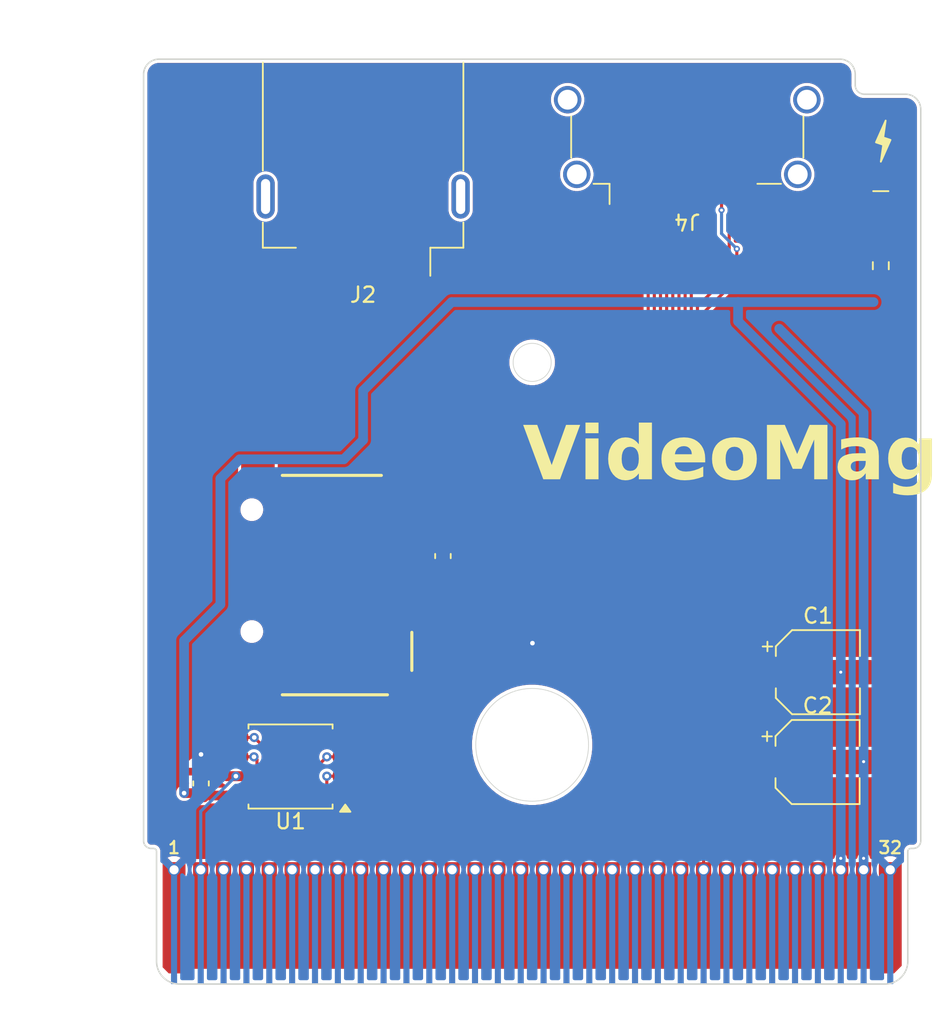
<source format=kicad_pcb>
(kicad_pcb (version 20241229) (generator "pcbnew") (generator_version "9.0")
  (layers (0 "F.Cu" signal) (2 "B.Cu" signal) (13 "F.Paste" user) (15 "B.Paste" user) (5 "F.SilkS" user "F.Silkscreen") (7 "B.SilkS" user "B.Silkscreen") (1 "F.Mask" user) (3 "B.Mask" user) (25 "Edge.Cuts" user))
  (net 0 "")
  (net 1 "SPI1_SCK")
  (net 2 "I2C0_SDA")
  (net 3 "HSTX7")
  (net 4 "I2C0_SCL")
  (net 5 "QSPI_D0")
  (net 6 "HSTX6")
  (net 7 "+5V")
  (net 8 "HSTX3")
  (net 9 "I2S_WSEL")
  (net 10 "HSTX2")
  (net 11 "ADC1")
  (net 12 "QSPI_D3")
  (net 13 "QSPI_CS")
  (net 14 "QSPI_D2")
  (net 15 "ADC0")
  (net 16 "HSTX5")
  (net 17 "I2S_MCLK")
  (net 18 "QSPI_D1")
  (net 19 "SD_CS")
  (net 20 "HSTX4")
  (net 21 "HSTX0")
  (net 22 "I2S_SDATA")
  (net 23 "SD_DETECT")
  (net 24 "???")
  (net 25 "HSTX1")
  (net 26 "SPI1_MISO")
  (net 27 "SPI1_MOSI")
  (net 28 "I2S_BCLK")
  (net 29 "QSPI_SCK")
  (net 33 "Net-(D1-A)")
  (net 34 "GND")
  (net 35 "+3V3")
  (footprint "Connector_GameBoy:GameBoy_GamePak_CGB-002_P1.50mm_Edge" (layer "F.Cu") (at 150 130.8)
    (property "Reference" "J1" (hide yes))
    (property "Value" "GameBoy_GamePak_CGB-002" (hide yes))
    (fp_poly (pts (xy -23.3 0) (xy -23.7 0) (xy -23.7 -7.2) (xy -23.3 -7.2)) (fill yes) (layer "B.Cu"))
    (fp_poly (pts (xy -21.55 0) (xy -21.95 0) (xy -21.95 -7.2) (xy -21.55 -7.2)) (fill yes) (layer "B.Cu"))
    (fp_poly (pts (xy -20.05 0) (xy -20.45 0) (xy -20.45 -7.2) (xy -20.05 -7.2)) (fill yes) (layer "B.Cu"))
    (fp_poly (pts (xy -18.55 0) (xy -18.95 0) (xy -18.95 -7.2) (xy -18.55 -7.2)) (fill yes) (layer "B.Cu"))
    (fp_poly (pts (xy -17.05 0) (xy -17.45 0) (xy -17.45 -7.2) (xy -17.05 -7.2)) (fill yes) (layer "B.Cu"))
    (fp_poly (pts (xy -15.55 0) (xy -15.95 0) (xy -15.95 -7.2) (xy -15.55 -7.2)) (fill yes) (layer "B.Cu"))
    (fp_poly (pts (xy -14.05 0) (xy -14.45 0) (xy -14.45 -7.2) (xy -14.05 -7.2)) (fill yes) (layer "B.Cu"))
    (fp_poly (pts (xy -12.55 0) (xy -12.95 0) (xy -12.95 -7.2) (xy -12.55 -7.2)) (fill yes) (layer "B.Cu"))
    (fp_poly (pts (xy -11.05 0) (xy -11.45 0) (xy -11.45 -7.2) (xy -11.05 -7.2)) (fill yes) (layer "B.Cu"))
    (fp_poly (pts (xy -9.55 0) (xy -9.95 0) (xy -9.95 -7.2) (xy -9.55 -7.2)) (fill yes) (layer "B.Cu"))
    (fp_poly (pts (xy -8.05 0) (xy -8.45 0) (xy -8.45 -7.2) (xy -8.05 -7.2)) (fill yes) (layer "B.Cu"))
    (fp_poly (pts (xy -6.55 0) (xy -6.95 0) (xy -6.95 -7.2) (xy -6.55 -7.2)) (fill yes) (layer "B.Cu"))
    (fp_poly (pts (xy -5.05 0) (xy -5.45 0) (xy -5.45 -7.2) (xy -5.05 -7.2)) (fill yes) (layer "B.Cu"))
    (fp_poly (pts (xy -3.55 0) (xy -3.95 0) (xy -3.95 -7.2) (xy -3.55 -7.2)) (fill yes) (layer "B.Cu"))
    (fp_poly (pts (xy -2.05 0) (xy -2.45 0) (xy -2.45 -7.2) (xy -2.05 -7.2)) (fill yes) (layer "B.Cu"))
    (fp_poly (pts (xy -0.55 0) (xy -0.95 0) (xy -0.95 -7.2) (xy -0.55 -7.2)) (fill yes) (layer "B.Cu"))
    (fp_poly (pts (xy 0.95 0) (xy 0.55 0) (xy 0.55 -7.2) (xy 0.95 -7.2)) (fill yes) (layer "B.Cu"))
    (fp_poly (pts (xy 2.45 0) (xy 2.05 0) (xy 2.05 -7.2) (xy 2.45 -7.2)) (fill yes) (layer "B.Cu"))
    (fp_poly (pts (xy 3.95 0) (xy 3.55 0) (xy 3.55 -7.2) (xy 3.95 -7.2)) (fill yes) (layer "B.Cu"))
    (fp_poly (pts (xy 5.45 0) (xy 5.05 0) (xy 5.05 -7.2) (xy 5.45 -7.2)) (fill yes) (layer "B.Cu"))
    (fp_poly (pts (xy 6.95 0) (xy 6.55 0) (xy 6.55 -7.2) (xy 6.95 -7.2)) (fill yes) (layer "B.Cu"))
    (fp_poly (pts (xy 8.45 0) (xy 8.05 0) (xy 8.05 -7.2) (xy 8.45 -7.2)) (fill yes) (layer "B.Cu"))
    (fp_poly (pts (xy 9.95 0) (xy 9.55 0) (xy 9.55 -7.2) (xy 9.95 -7.2)) (fill yes) (layer "B.Cu"))
    (fp_poly (pts (xy 11.45 0) (xy 11.05 0) (xy 11.05 -7.2) (xy 11.45 -7.2)) (fill yes) (layer "B.Cu"))
    (fp_poly (pts (xy 12.95 0) (xy 12.55 0) (xy 12.55 -7.2) (xy 12.95 -7.2)) (fill yes) (layer "B.Cu"))
    (fp_poly (pts (xy 14.45 0) (xy 14.05 0) (xy 14.05 -7.2) (xy 14.45 -7.2)) (fill yes) (layer "B.Cu"))
    (fp_poly (pts (xy 15.95 0) (xy 15.55 0) (xy 15.55 -7.2) (xy 15.95 -7.2)) (fill yes) (layer "B.Cu"))
    (fp_poly (pts (xy 17.45 0) (xy 17.05 0) (xy 17.05 -7.2) (xy 17.45 -7.2)) (fill yes) (layer "B.Cu"))
    (fp_poly (pts (xy 18.95 0) (xy 18.55 0) (xy 18.55 -7.2) (xy 18.95 -7.2)) (fill yes) (layer "B.Cu"))
    (fp_poly (pts (xy 20.45 0) (xy 20.05 0) (xy 20.05 -7.2) (xy 20.45 -7.2)) (fill yes) (layer "B.Cu"))
    (fp_poly (pts (xy 21.95 0) (xy 21.55 0) (xy 21.55 -7.2) (xy 21.95 -7.2)) (fill yes) (layer "B.Cu"))
    (fp_poly (pts (xy 23.7 0) (xy 23.3 0) (xy 23.3 -7.2) (xy 23.7 -7.2)) (fill yes) (layer "B.Cu"))
    (fp_text user "32" (at 23.5 -8.95 0) (layer "F.SilkS") (effects (font (size 0.8 0.8))))
    (fp_text user "1" (at -23.5 -8.95 0) (layer "F.SilkS") (effects (font (size 0.8 0.8))))
    (pad "1" thru_hole circle (at -23.5 -7.5) (size 0.8 0.8) (drill 0.6) (layers "*.Cu" "*.Mask") (net 34 "GND"))
    (pad "1" connect custom (at -23.5 -7.5) (size 0.8 0.8) (layers "F.Cu") (net 34 "GND") (options (clearance outline) (anchor rect)) (primitives (gr_poly (pts (xy -0.75 6.4) (xy -0.75 -0.5) (xy 0.75 -0.5) (xy 0.75 6.8) (xy -0.35 6.8)) (width 0) (fill yes))))
    (pad "2" thru_hole circle (at -21.75 -7.5) (size 0.8 0.8) (drill 0.6) (layers "*.Cu" "*.Mask") (net 12 "QSPI_D3"))
    (pad "2" connect custom (at -21.75 -7.5) (size 0.8 0.8) (layers "F.Cu") (net 12 "QSPI_D3") (options (clearance outline) (anchor rect)) (primitives (gr_poly (pts (xy 0.5 6.5) (xy -0.5 6.5) (xy -0.5 -0.5) (xy 0.5 -0.5)) (width 0) (fill yes))))
    (pad "3" thru_hole circle (at -20.25 -7.5) (size 0.8 0.8) (drill 0.6) (layers "*.Cu" "*.Mask") (net 29 "QSPI_SCK"))
    (pad "3" connect custom (at -20.25 -7.5) (size 0.8 0.8) (layers "F.Cu") (net 29 "QSPI_SCK") (options (clearance outline) (anchor rect)) (primitives (gr_poly (pts (xy 0.5 6.5) (xy -0.5 6.5) (xy -0.5 -0.5) (xy 0.5 -0.5)) (width 0) (fill yes))))
    (pad "4" thru_hole circle (at -18.75 -7.5) (size 0.8 0.8) (drill 0.6) (layers "*.Cu" "*.Mask") (net 5 "QSPI_D0"))
    (pad "4" connect custom (at -18.75 -7.5) (size 0.8 0.8) (layers "F.Cu") (net 5 "QSPI_D0") (options (clearance outline) (anchor rect)) (primitives (gr_poly (pts (xy 0.5 6.5) (xy -0.5 6.5) (xy -0.5 -0.5) (xy 0.5 -0.5)) (width 0) (fill yes))))
    (pad "5" thru_hole circle (at -17.25 -7.5) (size 0.8 0.8) (drill 0.6) (layers "*.Cu" "*.Mask") (net 14 "QSPI_D2"))
    (pad "5" connect custom (at -17.25 -7.5) (size 0.8 0.8) (layers "F.Cu") (net 14 "QSPI_D2") (options (clearance outline) (anchor rect)) (primitives (gr_poly (pts (xy 0.5 6.5) (xy -0.5 6.5) (xy -0.5 -0.5) (xy 0.5 -0.5)) (width 0) (fill yes))))
    (pad "6" thru_hole circle (at -15.75 -7.5) (size 0.8 0.8) (drill 0.6) (layers "*.Cu" "*.Mask") (net 18 "QSPI_D1"))
    (pad "6" connect custom (at -15.75 -7.5) (size 0.8 0.8) (layers "F.Cu") (net 18 "QSPI_D1") (options (clearance outline) (anchor rect)) (primitives (gr_poly (pts (xy 0.5 6.5) (xy -0.5 6.5) (xy -0.5 -0.5) (xy 0.5 -0.5)) (width 0) (fill yes))))
    (pad "7" thru_hole circle (at -14.25 -7.5) (size 0.8 0.8) (drill 0.6) (layers "*.Cu" "*.Mask") (net 13 "QSPI_CS"))
    (pad "7" connect custom (at -14.25 -7.5) (size 0.8 0.8) (layers "F.Cu") (net 13 "QSPI_CS") (options (clearance outline) (anchor rect)) (primitives (gr_poly (pts (xy 0.5 6.5) (xy -0.5 6.5) (xy -0.5 -0.5) (xy 0.5 -0.5)) (width 0) (fill yes))))
    (pad "8" thru_hole circle (at -12.75 -7.5) (size 0.8 0.8) (drill 0.6) (layers "*.Cu" "*.Mask") (net 23 "SD_DETECT"))
    (pad "8" connect custom (at -12.75 -7.5) (size 0.8 0.8) (layers "F.Cu") (net 23 "SD_DETECT") (options (clearance outline) (anchor rect)) (primitives (gr_poly (pts (xy 0.5 6.5) (xy -0.5 6.5) (xy -0.5 -0.5) (xy 0.5 -0.5)) (width 0) (fill yes))))
    (pad "9" thru_hole circle (at -11.25 -7.5) (size 0.8 0.8) (drill 0.6) (layers "*.Cu" "*.Mask") (net 19 "SD_CS"))
    (pad "9" connect custom (at -11.25 -7.5) (size 0.8 0.8) (layers "F.Cu") (net 19 "SD_CS") (options (clearance outline) (anchor rect)) (primitives (gr_poly (pts (xy 0.5 6.5) (xy -0.5 6.5) (xy -0.5 -0.5) (xy 0.5 -0.5)) (width 0) (fill yes))))
    (pad "10" thru_hole circle (at -9.75 -7.5) (size 0.8 0.8) (drill 0.6) (layers "*.Cu" "*.Mask") (net 11 "ADC1"))
    (pad "10" connect custom (at -9.75 -7.5) (size 0.8 0.8) (layers "F.Cu") (net 11 "ADC1") (options (clearance outline) (anchor rect)) (primitives (gr_poly (pts (xy 0.5 6.5) (xy -0.5 6.5) (xy -0.5 -0.5) (xy 0.5 -0.5)) (width 0) (fill yes))))
    (pad "11" thru_hole circle (at -8.25 -7.5) (size 0.8 0.8) (drill 0.6) (layers "*.Cu" "*.Mask") (net 15 "ADC0"))
    (pad "11" connect custom (at -8.25 -7.5) (size 0.8 0.8) (layers "F.Cu") (net 15 "ADC0") (options (clearance outline) (anchor rect)) (primitives (gr_poly (pts (xy 0.5 6.5) (xy -0.5 6.5) (xy -0.5 -0.5) (xy 0.5 -0.5)) (width 0) (fill yes))))
    (pad "12" thru_hole circle (at -6.75 -7.5) (size 0.8 0.8) (drill 0.6) (layers "*.Cu" "*.Mask") (net 1 "SPI1_SCK"))
    (pad "12" connect custom (at -6.75 -7.5) (size 0.8 0.8) (layers "F.Cu") (net 1 "SPI1_SCK") (options (clearance outline) (anchor rect)) (primitives (gr_poly (pts (xy 0.5 6.5) (xy -0.5 6.5) (xy -0.5 -0.5) (xy 0.5 -0.5)) (width 0) (fill yes))))
    (pad "13" thru_hole circle (at -5.25 -7.5) (size 0.8 0.8) (drill 0.6) (layers "*.Cu" "*.Mask") (net 27 "SPI1_MOSI"))
    (pad "13" connect custom (at -5.25 -7.5) (size 0.8 0.8) (layers "F.Cu") (net 27 "SPI1_MOSI") (options (clearance outline) (anchor rect)) (primitives (gr_poly (pts (xy 0.5 6.5) (xy -0.5 6.5) (xy -0.5 -0.5) (xy 0.5 -0.5)) (width 0) (fill yes))))
    (pad "14" thru_hole circle (at -3.75 -7.5) (size 0.8 0.8) (drill 0.6) (layers "*.Cu" "*.Mask") (net 26 "SPI1_MISO"))
    (pad "14" connect custom (at -3.75 -7.5) (size 0.8 0.8) (layers "F.Cu") (net 26 "SPI1_MISO") (options (clearance outline) (anchor rect)) (primitives (gr_poly (pts (xy 0.5 6.5) (xy -0.5 6.5) (xy -0.5 -0.5) (xy 0.5 -0.5)) (width 0) (fill yes))))
    (pad "15" thru_hole circle (at -2.25 -7.5) (size 0.8 0.8) (drill 0.6) (layers "*.Cu" "*.Mask") (net 21 "HSTX0"))
    (pad "15" connect custom (at -2.25 -7.5) (size 0.8 0.8) (layers "F.Cu") (net 21 "HSTX0") (options (clearance outline) (anchor rect)) (primitives (gr_poly (pts (xy 0.5 6.5) (xy -0.5 6.5) (xy -0.5 -0.5) (xy 0.5 -0.5)) (width 0) (fill yes))))
    (pad "16" thru_hole circle (at -0.75 -7.5) (size 0.8 0.8) (drill 0.6) (layers "*.Cu" "*.Mask") (net 25 "HSTX1"))
    (pad "16" connect custom (at -0.75 -7.5) (size 0.8 0.8) (layers "F.Cu") (net 25 "HSTX1") (options (clearance outline) (anchor rect)) (primitives (gr_poly (pts (xy 0.5 6.5) (xy -0.5 6.5) (xy -0.5 -0.5) (xy 0.5 -0.5)) (width 0) (fill yes))))
    (pad "17" thru_hole circle (at 0.75 -7.5) (size 0.8 0.8) (drill 0.6) (layers "*.Cu" "*.Mask") (net 10 "HSTX2"))
    (pad "17" connect custom (at 0.75 -7.5) (size 0.8 0.8) (layers "F.Cu") (net 10 "HSTX2") (options (clearance outline) (anchor rect)) (primitives (gr_poly (pts (xy 0.5 6.5) (xy -0.5 6.5) (xy -0.5 -0.5) (xy 0.5 -0.5)) (width 0) (fill yes))))
    (pad "18" thru_hole circle (at 2.25 -7.5) (size 0.8 0.8) (drill 0.6) (layers "*.Cu" "*.Mask") (net 8 "HSTX3"))
    (pad "18" connect custom (at 2.25 -7.5) (size 0.8 0.8) (layers "F.Cu") (net 8 "HSTX3") (options (clearance outline) (anchor rect)) (primitives (gr_poly (pts (xy 0.5 6.5) (xy -0.5 6.5) (xy -0.5 -0.5) (xy 0.5 -0.5)) (width 0) (fill yes))))
    (pad "19" thru_hole circle (at 3.75 -7.5) (size 0.8 0.8) (drill 0.6) (layers "*.Cu" "*.Mask") (net 20 "HSTX4"))
    (pad "19" connect custom (at 3.75 -7.5) (size 0.8 0.8) (layers "F.Cu") (net 20 "HSTX4") (options (clearance outline) (anchor rect)) (primitives (gr_poly (pts (xy 0.5 6.5) (xy -0.5 6.5) (xy -0.5 -0.5) (xy 0.5 -0.5)) (width 0) (fill yes))))
    (pad "20" thru_hole circle (at 5.25 -7.5) (size 0.8 0.8) (drill 0.6) (layers "*.Cu" "*.Mask") (net 16 "HSTX5"))
    (pad "20" connect custom (at 5.25 -7.5) (size 0.8 0.8) (layers "F.Cu") (net 16 "HSTX5") (options (clearance outline) (anchor rect)) (primitives (gr_poly (pts (xy 0.5 6.5) (xy -0.5 6.5) (xy -0.5 -0.5) (xy 0.5 -0.5)) (width 0) (fill yes))))
    (pad "21" thru_hole circle (at 6.75 -7.5) (size 0.8 0.8) (drill 0.6) (layers "*.Cu" "*.Mask") (net 6 "HSTX6"))
    (pad "21" connect custom (at 6.75 -7.5) (size 0.8 0.8) (layers "F.Cu") (net 6 "HSTX6") (options (clearance outline) (anchor rect)) (primitives (gr_poly (pts (xy 0.5 6.5) (xy -0.5 6.5) (xy -0.5 -0.5) (xy 0.5 -0.5)) (width 0) (fill yes))))
    (pad "22" thru_hole circle (at 8.25 -7.5) (size 0.8 0.8) (drill 0.6) (layers "*.Cu" "*.Mask") (net 3 "HSTX7"))
    (pad "22" connect custom (at 8.25 -7.5) (size 0.8 0.8) (layers "F.Cu") (net 3 "HSTX7") (options (clearance outline) (anchor rect)) (primitives (gr_poly (pts (xy 0.5 6.5) (xy -0.5 6.5) (xy -0.5 -0.5) (xy 0.5 -0.5)) (width 0) (fill yes))))
    (pad "23" thru_hole circle (at 9.75 -7.5) (size 0.8 0.8) (drill 0.6) (layers "*.Cu" "*.Mask") (net 2 "I2C0_SDA"))
    (pad "23" connect custom (at 9.75 -7.5) (size 0.8 0.8) (layers "F.Cu") (net 2 "I2C0_SDA") (options (clearance outline) (anchor rect)) (primitives (gr_poly (pts (xy 0.5 6.5) (xy -0.5 6.5) (xy -0.5 -0.5) (xy 0.5 -0.5)) (width 0) (fill yes))))
    (pad "24" thru_hole circle (at 11.25 -7.5) (size 0.8 0.8) (drill 0.6) (layers "*.Cu" "*.Mask") (net 4 "I2C0_SCL"))
    (pad "24" connect custom (at 11.25 -7.5) (size 0.8 0.8) (layers "F.Cu") (net 4 "I2C0_SCL") (options (clearance outline) (anchor rect)) (primitives (gr_poly (pts (xy 0.5 6.5) (xy -0.5 6.5) (xy -0.5 -0.5) (xy 0.5 -0.5)) (width 0) (fill yes))))
    (pad "25" thru_hole circle (at 12.75 -7.5) (size 0.8 0.8) (drill 0.6) (layers "*.Cu" "*.Mask") (net 24 "???"))
    (pad "25" connect custom (at 12.75 -7.5) (size 0.8 0.8) (layers "F.Cu") (net 24 "???") (options (clearance outline) (anchor rect)) (primitives (gr_poly (pts (xy 0.5 6.5) (xy -0.5 6.5) (xy -0.5 -0.5) (xy 0.5 -0.5)) (width 0) (fill yes))))
    (pad "26" thru_hole circle (at 14.25 -7.5) (size 0.8 0.8) (drill 0.6) (layers "*.Cu" "*.Mask") (net 17 "I2S_MCLK"))
    (pad "26" connect custom (at 14.25 -7.5) (size 0.8 0.8) (layers "F.Cu") (net 17 "I2S_MCLK") (options (clearance outline) (anchor rect)) (primitives (gr_poly (pts (xy 0.5 6.5) (xy -0.5 6.5) (xy -0.5 -0.5) (xy 0.5 -0.5)) (width 0) (fill yes))))
    (pad "27" thru_hole circle (at 15.75 -7.5) (size 0.8 0.8) (drill 0.6) (layers "*.Cu" "*.Mask") (net 9 "I2S_WSEL"))
    (pad "27" connect custom (at 15.75 -7.5) (size 0.8 0.8) (layers "F.Cu") (net 9 "I2S_WSEL") (options (clearance outline) (anchor rect)) (primitives (gr_poly (pts (xy 0.5 6.5) (xy -0.5 6.5) (xy -0.5 -0.5) (xy 0.5 -0.5)) (width 0) (fill yes))))
    (pad "28" thru_hole circle (at 17.25 -7.5) (size 0.8 0.8) (drill 0.6) (layers "*.Cu" "*.Mask") (net 28 "I2S_BCLK"))
    (pad "28" connect custom (at 17.25 -7.5) (size 0.8 0.8) (layers "F.Cu") (net 28 "I2S_BCLK") (options (clearance outline) (anchor rect)) (primitives (gr_poly (pts (xy 0.5 6.5) (xy -0.5 6.5) (xy -0.5 -0.5) (xy 0.5 -0.5)) (width 0) (fill yes))))
    (pad "29" thru_hole circle (at 18.75 -7.5) (size 0.8 0.8) (drill 0.6) (layers "*.Cu" "*.Mask") (net 22 "I2S_SDATA"))
    (pad "29" connect custom (at 18.75 -7.5) (size 0.8 0.8) (layers "F.Cu") (net 22 "I2S_SDATA") (options (clearance outline) (anchor rect)) (primitives (gr_poly (pts (xy 0.5 6.5) (xy -0.5 6.5) (xy -0.5 -0.5) (xy 0.5 -0.5)) (width 0) (fill yes))))
    (pad "30" thru_hole circle (at 20.25 -7.5) (size 0.8 0.8) (drill 0.6) (layers "*.Cu" "*.Mask") (net 35 "+3V3"))
    (pad "30" connect custom (at 20.25 -7.5) (size 0.8 0.8) (layers "F.Cu") (net 35 "+3V3") (options (clearance outline) (anchor rect)) (primitives (gr_poly (pts (xy 0.5 6.5) (xy -0.5 6.5) (xy -0.5 -0.5) (xy 0.5 -0.5)) (width 0) (fill yes))))
    (pad "31" thru_hole circle (at 21.75 -7.5) (size 0.8 0.8) (drill 0.6) (layers "*.Cu" "*.Mask") (net 7 "+5V"))
    (pad "31" connect custom (at 21.75 -7.5) (size 0.8 0.8) (layers "F.Cu") (net 7 "+5V") (options (clearance outline) (anchor rect)) (primitives (gr_poly (pts (xy 0.5 6.5) (xy -0.5 6.5) (xy -0.5 -0.5) (xy 0.5 -0.5)) (width 0) (fill yes))))
    (pad "32" thru_hole circle (at 23.5 -7.5) (size 0.8 0.8) (drill 0.6) (layers "*.Cu" "*.Mask") (net 34 "GND"))
    (pad "32" connect custom (at 23.5 -7.5) (size 0.8 0.8) (layers "F.Cu") (net 34 "GND") (options (clearance outline) (anchor rect)) (primitives (gr_poly (pts (xy -0.75 6.8) (xy -0.75 -0.5) (xy 0.75 -0.5) (xy 0.75 6.3) (xy 0.25 6.8)) (width 0) (fill yes))))
  )
  (footprint "SparkFun-Capacitor:C_0603_1608Metric" (layer "F.Cu") (at 128.27 117.63375 90)
    (property "Reference" "C7")
    (property "Value" "0.1uF")
    (fp_line (start -0.140581 -0.51) (end 0.140581 -0.51) (stroke (width 0.12)) (layer "F.SilkS"))
    (fp_line (start -0.140581 0.51) (end 0.140581 0.51) (stroke (width 0.12)) (layer "F.SilkS"))
    (pad "1" smd roundrect (at -0.775 0 90) (size 0.9 0.95) (layers "F.Cu" "F.Mask" "F.Paste") (net 35 "+3V3"))
    (pad "2" smd roundrect (at 0.775 0 90) (size 0.9 0.95) (layers "F.Cu" "F.Mask" "F.Paste") (net 34 "GND"))
  )
  (footprint "SparkFun-Connector:microSD_External_Pin" (layer "F.Cu") (at 131.60375 104.61625 -90)
    (property "Reference" "J6")
    (property "Value" "microSD")
    (fp_line (start -7.2 -2) (end -7.2 -8.5) (stroke (width 0.2032)) (layer "F.SilkS"))
    (fp_line (start 7.2 -8.9) (end 7.2 -2) (stroke (width 0.2032)) (layer "F.SilkS"))
    (fp_line (start 3.1 -10.5) (end 5.6 -10.5) (stroke (width 0.2032)) (layer "F.SilkS"))
    (pad "" np_thru_hole circle (at -4.950001 0 270) (size 1 1) (drill 1) (layers "*.Cu" "*.Mask"))
    (pad "" np_thru_hole circle (at 3.05 0 270) (size 1 1) (drill 1) (layers "*.Cu" "*.Mask"))
    (pad "1" smd rect (at 2.25 -10.5) (size 1.6 0.7) (layers "F.Cu" "F.Mask" "F.Paste"))
    (pad "2" smd rect (at 1.15 -10.5) (size 1.6 0.7) (layers "F.Cu" "F.Mask" "F.Paste") (net 19 "SD_CS"))
    (pad "3" smd rect (at 0.05 -10.5) (size 1.6 0.7) (layers "F.Cu" "F.Mask" "F.Paste") (net 27 "SPI1_MOSI"))
    (pad "4" smd rect (at -1.05 -10.5) (size 1.6 0.7) (layers "F.Cu" "F.Mask" "F.Paste") (net 35 "+3V3"))
    (pad "5" smd rect (at -2.15 -10.5) (size 1.6 0.7) (layers "F.Cu" "F.Mask" "F.Paste") (net 1 "SPI1_SCK"))
    (pad "6" smd rect (at -3.25 -10.5) (size 1.6 0.7) (layers "F.Cu" "F.Mask" "F.Paste") (net 34 "GND"))
    (pad "7" smd rect (at -4.35 -10.5) (size 1.6 0.7) (layers "F.Cu" "F.Mask" "F.Paste") (net 26 "SPI1_MISO"))
    (pad "8" smd rect (at -5.45 -10.5) (size 1.6 0.7) (layers "F.Cu" "F.Mask" "F.Paste"))
    (pad "9" smd rect (at -6.55 -10.5) (size 1.6 0.7) (layers "F.Cu" "F.Mask" "F.Paste") (net 23 "SD_DETECT"))
    (pad "10" smd rect (at -7.75 -9.900001 270) (size 1.2 1.6) (layers "F.Cu" "F.Mask" "F.Paste") (net 34 "GND"))
    (pad "11" smd rect (at -7.75 -0.4 270) (size 1.2 2.2) (layers "F.Cu" "F.Mask" "F.Paste"))
    (pad "12" smd rect (at 7.75 -0.4 270) (size 1.2 2.2) (layers "F.Cu" "F.Mask" "F.Paste"))
    (pad "13" smd rect (at 6.85 -10 270) (size 1.6 1.4) (layers "F.Cu" "F.Mask" "F.Paste"))
    (zone (net 0) (net_name "") (layer "F.Cu") (connect_pads (clearance 0)) (min_thickness 0.25)
      (keepout (tracks not_allowed) (vias not_allowed) (pads not_allowed) (copperpour not_allowed) (footprints allowed))
      (fill (thermal_gap 0.5) (thermal_bridge_width 0.5))
      (polygon (pts (xy 135.70375 98.51625) (xy 135.70375 107.51625) (xy 137.70375 107.51625) (xy 137.70375 98.51625)))
    )
    (zone (net 0) (net_name "") (layer "F.Cu") (connect_pads (clearance 0)) (min_thickness 0.25)
      (keepout (tracks not_allowed) (vias not_allowed) (pads not_allowed) (copperpour not_allowed) (footprints allowed))
      (fill (thermal_gap 0.5) (thermal_bridge_width 0.5))
      (polygon (pts (xy 136.30375 96.91625) (xy 136.303749 97.61625) (xy 140.30375 97.616251) (xy 140.30375 96.91625)))
    )
  )
  (footprint "Connector_Video:HDMI_A_Amphenol_10029449-x01xLF_Horizontal" (layer "F.Cu") (at 160.17875 73.66 180)
    (property "Reference" "J4" (at 0 -7.1 180) (layer "F.SilkS"))
    (property "Value" "HDMI_A")
    (fp_line (start 7.62 -2.9) (end 7.62 -0.2) (stroke (width 0.12)) (layer "F.SilkS"))
    (fp_line (start 5.1 -4.62) (end 6.15 -4.62) (stroke (width 0.12)) (layer "F.SilkS"))
    (fp_line (start 5.1 -5.95) (end 5.1 -4.62) (stroke (width 0.12)) (layer "F.SilkS"))
    (fp_line (start -6.15 -4.62) (end -4.6 -4.62) (stroke (width 0.12)) (layer "F.SilkS"))
    (fp_line (start -7.62 -0.2) (end -7.62 -2.9) (stroke (width 0.12)) (layer "F.SilkS"))
    (pad "1" smd rect (at 4.75 -5 180) (size 0.3 1.9) (layers "F.Cu" "F.Mask" "F.Paste") (net 21 "HSTX0"))
    (pad "2" smd rect (at 4.25 -5 180) (size 0.3 1.9) (layers "F.Cu" "F.Mask" "F.Paste"))
    (pad "3" smd rect (at 3.75 -5 180) (size 0.3 1.9) (layers "F.Cu" "F.Mask" "F.Paste") (net 25 "HSTX1"))
    (pad "4" smd rect (at 3.25 -5 180) (size 0.3 1.9) (layers "F.Cu" "F.Mask" "F.Paste") (net 10 "HSTX2"))
    (pad "5" smd rect (at 2.75 -5 180) (size 0.3 1.9) (layers "F.Cu" "F.Mask" "F.Paste"))
    (pad "6" smd rect (at 2.25 -5 180) (size 0.3 1.9) (layers "F.Cu" "F.Mask" "F.Paste") (net 8 "HSTX3"))
    (pad "7" smd rect (at 1.75 -5 180) (size 0.3 1.9) (layers "F.Cu" "F.Mask" "F.Paste") (net 20 "HSTX4"))
    (pad "8" smd rect (at 1.25 -5 180) (size 0.3 1.9) (layers "F.Cu" "F.Mask" "F.Paste"))
    (pad "9" smd rect (at 0.75 -5 180) (size 0.3 1.9) (layers "F.Cu" "F.Mask" "F.Paste") (net 16 "HSTX5"))
    (pad "10" smd rect (at 0.25 -5 180) (size 0.3 1.9) (layers "F.Cu" "F.Mask" "F.Paste") (net 6 "HSTX6"))
    (pad "11" smd rect (at -0.25 -5 180) (size 0.3 1.9) (layers "F.Cu" "F.Mask" "F.Paste"))
    (pad "12" smd rect (at -0.75 -5 180) (size 0.3 1.9) (layers "F.Cu" "F.Mask" "F.Paste") (net 3 "HSTX7"))
    (pad "13" smd rect (at -1.25 -5 180) (size 0.3 1.9) (layers "F.Cu" "F.Mask" "F.Paste") (net 11 "ADC1"))
    (pad "14" smd rect (at -1.75 -5 180) (size 0.3 1.9) (layers "F.Cu" "F.Mask" "F.Paste"))
    (pad "15" smd rect (at -2.25 -5 180) (size 0.3 1.9) (layers "F.Cu" "F.Mask" "F.Paste") (net 4 "I2C0_SCL"))
    (pad "16" smd rect (at -2.75 -5 180) (size 0.3 1.9) (layers "F.Cu" "F.Mask" "F.Paste") (net 2 "I2C0_SDA"))
    (pad "17" smd rect (at -3.25 -5 180) (size 0.3 1.9) (layers "F.Cu" "F.Mask" "F.Paste"))
    (pad "18" smd rect (at -3.75 -5 180) (size 0.3 1.9) (layers "F.Cu" "F.Mask" "F.Paste"))
    (pad "19" smd rect (at -4.25 -5 180) (size 0.3 1.9) (layers "F.Cu" "F.Mask" "F.Paste") (net 15 "ADC0"))
    (pad "SH" thru_hole circle (at -7.85 0.9 180) (size 1.8 1.8) (drill 1.3) (layers "*.Cu" "*.Mask"))
    (pad "SH" thru_hole circle (at -7.25 -4 180) (size 1.8 1.8) (drill 1.3) (layers "*.Cu" "*.Mask"))
    (pad "SH" thru_hole circle (at 7.25 -4 180) (size 1.8 1.8) (drill 1.3) (layers "*.Cu" "*.Mask"))
    (pad "SH" thru_hole circle (at 7.85 0.9 180) (size 1.8 1.8) (drill 1.3) (layers "*.Cu" "*.Mask"))
  )
  (footprint "Capacitor_SMD:CP_Elec_5x3" (layer "F.Cu") (at 168.72875 116.22875)
    (property "Reference" "C2" (at 0 -3.7 0) (layer "F.SilkS"))
    (property "Value" "0.1uF")
    (fp_line (start -3.625 -1.685) (end -3 -1.685) (stroke (width 0.12)) (layer "F.SilkS"))
    (fp_line (start -3.3125 -1.9975) (end -3.3125 -1.3725) (stroke (width 0.12)) (layer "F.SilkS"))
    (fp_line (start -2.76 -1.695563) (end -2.76 -1.06) (stroke (width 0.12)) (layer "F.SilkS"))
    (fp_line (start -2.76 -1.695563) (end -1.695563 -2.76) (stroke (width 0.12)) (layer "F.SilkS"))
    (fp_line (start -2.76 1.695563) (end -2.76 1.06) (stroke (width 0.12)) (layer "F.SilkS"))
    (fp_line (start -2.76 1.695563) (end -1.695563 2.76) (stroke (width 0.12)) (layer "F.SilkS"))
    (fp_line (start -1.695563 -2.76) (end 2.76 -2.76) (stroke (width 0.12)) (layer "F.SilkS"))
    (fp_line (start -1.695563 2.76) (end 2.76 2.76) (stroke (width 0.12)) (layer "F.SilkS"))
    (fp_line (start 2.76 -2.76) (end 2.76 -1.06) (stroke (width 0.12)) (layer "F.SilkS"))
    (fp_line (start 2.76 2.76) (end 2.76 1.06) (stroke (width 0.12)) (layer "F.SilkS"))
    (pad "1" smd roundrect (at -2.2 0) (size 3 1.6) (layers "F.Cu" "F.Mask" "F.Paste") (roundrect_rratio 0.15625) (net 34 "GND"))
    (pad "2" smd roundrect (at 2.2 0) (size 3 1.6) (layers "F.Cu" "F.Mask" "F.Paste") (roundrect_rratio 0.15625) (net 7 "+5V"))
  )
  (footprint "SparkFun-LED:LED_0603_1608Metric_Green" (layer "F.Cu") (at 172.87875 80.162501 -90)
    (property "Reference" "D1")
    (property "Value" "Green")
    (fp_line (start -1.4 -0.5) (end -1.4 0.5) (stroke (width 0.12)) (layer "F.SilkS"))
    (pad "1" smd roundrect (at -0.787501 0 270) (size 0.875 0.95) (layers "F.Cu" "F.Mask" "F.Paste") (net 34 "GND"))
    (pad "2" smd roundrect (at 0.787501 0 270) (size 0.875 0.95) (layers "F.Cu" "F.Mask" "F.Paste") (net 33 "Net-(D1-A)"))
  )
  (footprint "Capacitor_SMD:CP_Elec_5x3" (layer "F.Cu") (at 168.75125 110.33125)
    (property "Reference" "C1" (at 0 -3.7 0) (layer "F.SilkS"))
    (property "Value" "0.1uF")
    (fp_line (start -3.625 -1.685) (end -3 -1.685) (stroke (width 0.12)) (layer "F.SilkS"))
    (fp_line (start -3.3125 -1.9975) (end -3.3125 -1.3725) (stroke (width 0.12)) (layer "F.SilkS"))
    (fp_line (start -2.76 -1.695563) (end -2.76 -1.06) (stroke (width 0.12)) (layer "F.SilkS"))
    (fp_line (start -2.76 -1.695563) (end -1.695563 -2.76) (stroke (width 0.12)) (layer "F.SilkS"))
    (fp_line (start -2.76 1.695563) (end -2.76 1.06) (stroke (width 0.12)) (layer "F.SilkS"))
    (fp_line (start -2.76 1.695563) (end -1.695563 2.76) (stroke (width 0.12)) (layer "F.SilkS"))
    (fp_line (start -1.695563 -2.76) (end 2.76 -2.76) (stroke (width 0.12)) (layer "F.SilkS"))
    (fp_line (start -1.695563 2.76) (end 2.76 2.76) (stroke (width 0.12)) (layer "F.SilkS"))
    (fp_line (start 2.76 -2.76) (end 2.76 -1.06) (stroke (width 0.12)) (layer "F.SilkS"))
    (fp_line (start 2.76 2.76) (end 2.76 1.06) (stroke (width 0.12)) (layer "F.SilkS"))
    (pad "1" smd roundrect (at -2.2 0) (size 3 1.6) (layers "F.Cu" "F.Mask" "F.Paste") (roundrect_rratio 0.15625) (net 34 "GND"))
    (pad "2" smd roundrect (at 2.2 0) (size 3 1.6) (layers "F.Cu" "F.Mask" "F.Paste") (roundrect_rratio 0.15625) (net 35 "+3V3"))
  )
  (footprint "SparkFun-Resistor:R_0603_1608Metric" (layer "F.Cu") (at 172.87875 83.655001 -90)
    (property "Reference" "R1")
    (property "Value" "470")
    (fp_line (start -0.237258 0.5225) (end 0.237258 0.5225) (stroke (width 0.12)) (layer "F.SilkS"))
    (fp_line (start -0.237258 -0.5225) (end 0.237258 -0.5225) (stroke (width 0.12)) (layer "F.SilkS"))
    (pad "1" smd roundrect (at -0.825 0 270) (size 0.8 0.95) (layers "F.Cu" "F.Mask" "F.Paste") (net 33 "Net-(D1-A)"))
    (pad "2" smd roundrect (at 0.825 0 270) (size 0.8 0.95) (layers "F.Cu" "F.Mask" "F.Paste") (net 35 "+3V3"))
  )
  (footprint "Connector_USB:USB_A_Receptacle_GCT_USB1046" (layer "F.Cu") (at 138.90625 75.565 180)
    (property "Reference" "J2" (at 0 -10 180) (layer "F.SilkS"))
    (property "Value" "USB_A")
    (fp_line (start 6.58 -1.84) (end 6.58 5.25) (stroke (width 0.12)) (layer "F.SilkS"))
    (fp_line (start 6.58 -6.91) (end 6.58 -5.26) (stroke (width 0.12)) (layer "F.SilkS"))
    (fp_line (start 4.41 -6.91) (end 6.58 -6.91) (stroke (width 0.12)) (layer "F.SilkS"))
    (fp_line (start -4.41 -6.91) (end -4.41 -8.75) (stroke (width 0.12)) (layer "F.SilkS"))
    (fp_line (start -4.41 -6.91) (end -6.58 -6.91) (stroke (width 0.12)) (layer "F.SilkS"))
    (fp_line (start -6.58 -1.84) (end -6.58 5.25) (stroke (width 0.12)) (layer "F.SilkS"))
    (fp_line (start -6.58 -6.91) (end -6.58 -5.26) (stroke (width 0.12)) (layer "F.SilkS"))
    (pad "1" smd roundrect (at -3.5 -7.25 180) (size 1.3 3) (layers "F.Cu" "F.Mask" "F.Paste"))
    (pad "2" smd roundrect (at -1 -7.25 180) (size 1.3 3) (layers "F.Cu" "F.Mask" "F.Paste"))
    (pad "3" smd roundrect (at 1 -7.25 180) (size 1.3 3) (layers "F.Cu" "F.Mask" "F.Paste"))
    (pad "4" smd roundrect (at 3.5 -7.25 180) (size 1.3 3) (layers "F.Cu" "F.Mask" "F.Paste"))
    (pad "5" thru_hole oval (at -6.4 -3.55 180) (size 1.2 2.9) (drill oval 0.6 2.3) (property pad_prop_heatsink) (layers "*.Cu" "*.Mask"))
    (pad "5" thru_hole oval (at 6.4 -3.55 180) (size 1.2 2.9) (drill oval 0.6 2.3) (property pad_prop_heatsink) (layers "*.Cu" "*.Mask"))
  )
  (footprint "SparkFun-Capacitor:C_0603_1608Metric" (layer "F.Cu") (at 144.145 102.71125 90)
    (property "Reference" "C6")
    (property "Value" "0.1uF")
    (fp_line (start -0.140581 -0.51) (end 0.140581 -0.51) (stroke (width 0.12)) (layer "F.SilkS"))
    (fp_line (start -0.140581 0.51) (end 0.140581 0.51) (stroke (width 0.12)) (layer "F.SilkS"))
    (pad "1" smd roundrect (at -0.775 0 90) (size 0.9 0.95) (layers "F.Cu" "F.Mask" "F.Paste") (net 35 "+3V3"))
    (pad "2" smd roundrect (at 0.775 0 90) (size 0.9 0.95) (layers "F.Cu" "F.Mask" "F.Paste") (net 34 "GND"))
  )
  (footprint "Package_SO:SOIC-8_5.3x5.3mm_P1.27mm" (layer "F.Cu") (at 134.14375 116.5225 180)
    (property "Reference" "U1" (at 0 -3.599999 0) (layer "F.SilkS"))
    (property "Value" "W25Q16JVSS")
    (fp_line (start 2.76 2.76) (end -2.76 2.76) (stroke (width 0.12)) (layer "F.SilkS"))
    (fp_line (start 2.76 2.49) (end 2.76 2.76) (stroke (width 0.12)) (layer "F.SilkS"))
    (fp_line (start 2.76 -2.76) (end 2.76 -2.49) (stroke (width 0.12)) (layer "F.SilkS"))
    (fp_line (start -2.76 2.76) (end -2.76 2.49) (stroke (width 0.12)) (layer "F.SilkS"))
    (fp_line (start -2.76 -2.49) (end -2.76 -2.76) (stroke (width 0.12)) (layer "F.SilkS"))
    (fp_line (start -2.76 -2.76) (end 2.76 -2.76) (stroke (width 0.12)) (layer "F.SilkS"))
    (fp_poly (pts (xy -3.59 -2.5) (xy -3.93 -2.97) (xy -3.25 -2.97)) (stroke (width 0.12)) (fill yes) (layer "F.SilkS"))
    (pad "1" smd roundrect (at -3.5875 -1.905 180) (size 1.625 0.65) (layers "F.Cu" "F.Mask" "F.Paste") (net 13 "QSPI_CS"))
    (pad "2" smd roundrect (at -3.5875 -0.635 180) (size 1.625 0.65) (layers "F.Cu" "F.Mask" "F.Paste") (net 18 "QSPI_D1"))
    (pad "3" smd roundrect (at -3.5875 0.635 180) (size 1.625 0.65) (layers "F.Cu" "F.Mask" "F.Paste") (net 14 "QSPI_D2"))
    (pad "4" smd roundrect (at -3.5875 1.905 180) (size 1.625 0.65) (layers "F.Cu" "F.Mask" "F.Paste") (net 34 "GND"))
    (pad "5" smd roundrect (at 3.5875 1.905 180) (size 1.625 0.65) (layers "F.Cu" "F.Mask" "F.Paste") (net 5 "QSPI_D0"))
    (pad "6" smd roundrect (at 3.5875 0.635 180) (size 1.625 0.65) (layers "F.Cu" "F.Mask" "F.Paste") (net 29 "QSPI_SCK"))
    (pad "7" smd roundrect (at 3.5875 -0.635 180) (size 1.625 0.65) (layers "F.Cu" "F.Mask" "F.Paste") (net 12 "QSPI_D3"))
    (pad "8" smd roundrect (at 3.5875 -1.905 180) (size 1.625 0.65) (layers "F.Cu" "F.Mask" "F.Paste") (net 35 "+3V3"))
  )
  (gr_poly (pts (xy 173.19625 74.130001) (xy 172.56125 75.558751) (xy 173.0375 75.717501) (xy 172.87875 76.828751) (xy 173.51375 75.400001) (xy 173.0375 75.241251)) (stroke (width 0.12)) (fill yes) (layer "F.SilkS"))
  (gr_circle (center 150 90) (end 151.25 90) (stroke (width 0.05)) (fill no) (layer "Edge.Cuts"))
  (gr_circle (center 150 115.1) (end 153.7 115.1) (stroke (width 0.05)) (fill no) (layer "Edge.Cuts"))
  (gr_poly (pts (xy 175.5 73.4) (xy 175.499524 73.35636) (xy 175.491917 73.269412) (xy 175.476761 73.183457) (xy 175.454171 73.099151) (xy 175.42432 73.017134) (xy 175.387433 72.938031) (xy 175.343793 72.862444) (xy 175.293731 72.790948) (xy 175.237629 72.724088) (xy 175.175912 72.662371) (xy 175.109052 72.606269) (xy 175.037556 72.556207) (xy 174.961969 72.512567) (xy 174.882866 72.47568) (xy 174.800849 72.445829) (xy 174.716543 72.423239) (xy 174.630588 72.408083) (xy 174.54364 72.400476) (xy 174.5 72.4) (xy 171.8 72.4) (xy 171.766331 72.399528) (xy 171.699417 72.391988) (xy 171.633768 72.377004) (xy 171.570209 72.354764) (xy 171.50954 72.325548) (xy 171.452524 72.289722) (xy 171.399877 72.247738) (xy 171.352262 72.200123) (xy 171.310278 72.147476) (xy 171.274452 72.09046) (xy 171.245236 72.029791) (xy 171.222996 71.966232) (xy 171.208012 71.900583) (xy 171.200472 71.833669) (xy 171.2 71.8) (xy 171.2 71.1) (xy 171.199524 71.05636) (xy 171.191917 70.969412) (xy 171.176761 70.883457) (xy 171.154171 70.799151) (xy 171.12432 70.717134) (xy 171.087433 70.638031) (xy 171.043793 70.562444) (xy 170.993731 70.490948) (xy 170.937629 70.424088) (xy 170.875912 70.362371) (xy 170.809052 70.306269) (xy 170.737556 70.256207) (xy 170.661969 70.212567) (xy 170.582866 70.17568) (xy 170.500849 70.145829) (xy 170.416543 70.123239) (xy 170.330588 70.108083) (xy 170.24364 70.100476) (xy 170.2 70.1) (xy 165.735 70.1) (xy 148.59 70.1) (xy 125.5 70.1) (xy 125.45636 70.100476) (xy 125.369412 70.108083) (xy 125.283457 70.123239) (xy 125.199151 70.145829) (xy 125.117134 70.17568) (xy 125.038031 70.212567) (xy 124.962444 70.256207) (xy 124.890948 70.306269) (xy 124.824088 70.362371) (xy 124.762371 70.424088) (xy 124.706269 70.490948) (xy 124.656207 70.562444) (xy 124.612567 70.638031) (xy 124.57568 70.717134) (xy 124.545829 70.799151) (xy 124.523239 70.883457) (xy 124.508083 70.969412) (xy 124.500476 71.05636) (xy 124.5 71.1) (xy 124.5 121.4) (xy 124.500535 121.432737) (xy 124.509081 121.49765) (xy 124.526027 121.560892) (xy 124.551082 121.621382) (xy 124.583819 121.678083) (xy 124.623677 121.730027) (xy 124.669973 121.776323) (xy 124.721917 121.816181) (xy 124.778618 121.848918) (xy 124.839108 121.873973) (xy 124.90235 121.890919) (xy 124.967263 121.899465) (xy 125 121.9) (xy 125.15 121.9) (xy 125.169651 121.900481) (xy 125.208197 121.908149) (xy 125.244508 121.923189) (xy 125.277186 121.945024) (xy 125.304976 121.972814) (xy 125.326811 122.005492) (xy 125.341851 122.041803) (xy 125.349519 122.080349) (xy 125.35 122.1) (xy 125.35 129.3) (xy 125.350478 129.353556) (xy 125.358119 129.460394) (xy 125.373363 129.566415) (xy 125.396131 129.671078) (xy 125.426308 129.77385) (xy 125.463739 129.874208) (xy 125.508235 129.97164) (xy 125.559568 130.065649) (xy 125.617476 130.155757) (xy 125.681666 130.241503) (xy 125.751808 130.322453) (xy 125.827547 130.398192) (xy 125.908497 130.468334) (xy 125.994243 130.532524) (xy 126.084351 130.590432) (xy 126.17836 130.641765) (xy 126.275792 130.686261) (xy 126.37615 130.723692) (xy 126.478922 130.753869) (xy 126.583585 130.776637) (xy 126.689606 130.791881) (xy 126.796444 130.799522) (xy 126.85 130.8) (xy 173.15 130.8) (xy 173.203556 130.799522) (xy 173.310394 130.791881) (xy 173.416415 130.776637) (xy 173.521078 130.753869) (xy 173.62385 130.723692) (xy 173.724208 130.686261) (xy 173.82164 130.641765) (xy 173.915649 130.590432) (xy 174.005757 130.532524) (xy 174.091503 130.468334) (xy 174.172453 130.398192) (xy 174.248192 130.322453) (xy 174.318334 130.241503) (xy 174.382524 130.155757) (xy 174.440432 130.065649) (xy 174.491765 129.97164) (xy 174.536261 129.874208) (xy 174.573692 129.77385) (xy 174.603869 129.671078) (xy 174.626637 129.566415) (xy 174.641881 129.460394) (xy 174.649522 129.353556) (xy 174.65 129.3) (xy 174.65 122.1) (xy 174.650481 122.080349) (xy 174.658149 122.041803) (xy 174.673189 122.005492) (xy 174.695024 121.972814) (xy 174.722814 121.945024) (xy 174.755492 121.923189) (xy 174.791803 121.908149) (xy 174.830349 121.900481) (xy 174.85 121.9) (xy 175 121.9) (xy 175.032737 121.899465) (xy 175.09765 121.890919) (xy 175.160892 121.873973) (xy 175.221382 121.848918) (xy 175.278083 121.816181) (xy 175.330027 121.776323) (xy 175.376323 121.730027) (xy 175.416181 121.678083) (xy 175.448918 121.621382) (xy 175.473973 121.560892) (xy 175.490919 121.49765) (xy 175.499465 121.432737) (xy 175.5 121.4)) (stroke (width 0.1)) (fill no) (layer "Edge.Cuts"))
  (gr_text "VideoMag" (at 149.38375 98.26625 0) (layer "F.SilkS") (effects (font (size 3.5 3.5) (thickness 0.2) (bold yes)) (justify left bottom)))
  (segment (start 160.8458 122.2042) (end 160.8458 86.32795) (width 0.2032) (layer "F.Cu") (net 2))
  (segment (start 160.8458 86.32795) (end 162.92875 84.245) (width 0.2032) (layer "F.Cu") (net 2))
  (segment (start 162.92875 84.245) (end 162.92875 78.66) (width 0.2032) (layer "F.Cu") (net 2))
  (segment (start 159.75 123.3) (end 160.8458 122.2042) (width 0.2032) (layer "F.Cu") (net 2))
  (segment (start 160.92875 81.95875) (end 160.4416 82.4459) (width 0.2) (layer "F.Cu") (net 3))
  (segment (start 160.4416 82.4459) (end 160.4416 84.414274) (width 0.2) (layer "F.Cu") (net 3))
  (segment (start 160.4416 121.1084) (end 160.4416 84.414274) (width 0.2032) (layer "F.Cu") (net 3))
  (segment (start 160.92875 78.66) (end 160.92875 81.95875) (width 0.2) (layer "F.Cu") (net 3))
  (segment (start 158.25 123.3) (end 160.4416 121.1084) (width 0.2032) (layer "F.Cu") (net 3))
  (segment (start 162.42715 80.01) (end 162.42715 78.6616) (width 0.2032) (layer "F.Cu") (net 4))
  (segment (start 161.25 86.737709) (end 163.43035 84.557359) (width 0.2032) (layer "F.Cu") (net 4))
  (segment (start 161.25 86.737709) (end 161.25 123.3) (width 0.2032) (layer "F.Cu") (net 4))
  (segment (start 162.42715 78.6616) (end 162.42875 78.66) (width 0.2032) (layer "F.Cu") (net 4))
  (segment (start 163.43035 84.557359) (end 163.43035 82.55) (width 0.2032) (layer "F.Cu") (net 4))
  (via (at 163.43035 82.55) (size 0.4) (drill 0.2) (layers "F.Cu" "B.Cu") (net 4))
  (via (at 162.42715 80.01) (size 0.4) (drill 0.2) (layers "F.Cu" "B.Cu") (net 4))
  (segment (start 163.43035 82.55) (end 162.42715 81.5468) (width 0.2032) (layer "B.Cu") (net 4))
  (segment (start 162.42715 81.5468) (end 162.42715 80.01) (width 0.2032) (layer "B.Cu") (net 4))
  (segment (start 132.3458 115.2008) (end 132.3458 122.2042) (width 0.2032) (layer "F.Cu") (net 5))
  (segment (start 131.7625 114.6175) (end 132.3458 115.2008) (width 0.2032) (layer "F.Cu") (net 5))
  (segment (start 132.3458 122.2042) (end 131.25 123.3) (width 0.2032) (layer "F.Cu") (net 5))
  (segment (start 130.55625 114.6175) (end 131.7625 114.6175) (width 0.2032) (layer "F.Cu") (net 5))
  (via (at 131.7625 114.6175) (size 0.6) (drill 0.3) (layers "F.Cu" "B.Cu") (net 5))
  (segment (start 160.0374 120.0126) (end 160.0374 84.246848) (width 0.2032) (layer "F.Cu") (net 6))
  (segment (start 159.92875 78.66) (end 159.92875 82.37406) (width 0.2) (layer "F.Cu") (net 6))
  (segment (start 156.75 123.3) (end 160.0374 120.0126) (width 0.2032) (layer "F.Cu") (net 6))
  (segment (start 159.92875 82.37406) (end 160.0374 82.48271) (width 0.2) (layer "F.Cu") (net 6))
  (segment (start 160.0374 82.48271) (end 160.0374 84.246848) (width 0.2) (layer "F.Cu") (net 6))
  (segment (start 171.72625 116.22875) (end 171.75 116.205) (width 0.2) (layer "F.Cu") (net 7))
  (segment (start 170.92875 116.22875) (end 171.72625 116.22875) (width 0.2) (layer "F.Cu") (net 7))
  (via (at 171.75 122.55) (size 0.4) (drill 0.2) (layers "F.Cu" "B.Cu") (net 7))
  (via (at 171.75 116.205) (size 0.4) (drill 0.2) (layers "F.Cu" "B.Cu") (net 7))
  (segment (start 171.75 93.3275) (end 171.75 115.09375) (width 0.635) (layer "B.Cu") (net 7))
  (segment (start 171.75 122.55) (end 171.75 116.205) (width 0.635) (layer "B.Cu") (net 7))
  (segment (start 171.75 116.205) (end 171.75 115.09375) (width 0.635) (layer "B.Cu") (net 7))
  (segment (start 171.75 122.55) (end 171.75 123.0783) (width 0.635) (layer "B.Cu") (net 7))
  (segment (start 166.21125 87.78875) (end 171.75 93.3275) (width 0.635) (layer "B.Cu") (net 7))
  (segment (start 171.75 122.55) (end 171.75 123.3) (width 0.1524) (layer "B.Cu") (net 7))
  (segment (start 152.25 123.3) (end 158.8248 116.7252) (width 0.2032) (layer "F.Cu") (net 8))
  (segment (start 158.8248 116.7252) (end 158.8248 82.973672) (width 0.2032) (layer "F.Cu") (net 8))
  (segment (start 158.8248 82.973672) (end 157.92875 82.077622) (width 0.2032) (layer "F.Cu") (net 8))
  (segment (start 157.92875 82.077622) (end 157.92875 78.66) (width 0.2032) (layer "F.Cu") (net 8))
  (segment (start 150.75 123.3) (end 158.4206 115.6294) (width 0.2032) (layer "F.Cu") (net 10))
  (segment (start 158.4206 115.6294) (end 158.4206 83.141098) (width 0.2032) (layer "F.Cu") (net 10))
  (segment (start 156.92875 81.649248) (end 156.92875 78.66) (width 0.2032) (layer "F.Cu") (net 10))
  (segment (start 158.4206 83.141098) (end 156.92875 81.649248) (width 0.2032) (layer "F.Cu") (net 10))
  (segment (start 130.55625 117.1575) (end 130.4925 117.1575) (width 0.2032) (layer "F.Cu") (net 12))
  (via (at 130.55625 117.1575) (size 0.6) (drill 0.3) (layers "F.Cu" "B.Cu") (net 12))
  (segment (start 130.55625 117.1575) (end 128.25 119.46375) (width 0.2032) (layer "B.Cu") (net 12))
  (segment (start 128.25 119.46375) (end 128.25 123.2974) (width 0.2032) (layer "B.Cu") (net 12))
  (segment (start 137.00125 119.1575) (end 137.73125 118.4275) (width 0.2) (layer "F.Cu") (net 13))
  (segment (start 137.00125 122.04875) (end 137.00125 119.1575) (width 0.2) (layer "F.Cu") (net 13))
  (segment (start 135.75 123.3) (end 137.00125 122.04875) (width 0.2) (layer "F.Cu") (net 13))
  (segment (start 137.73125 118.4275) (end 138.169375 118.4275) (width 0.2032) (layer "F.Cu") (net 13))
  (segment (start 135.89 116.5225) (end 135.89 120.16) (width 0.2032) (layer "F.Cu") (net 14))
  (segment (start 137.73125 115.8875) (end 136.525 115.8875) (width 0.2032) (layer "F.Cu") (net 14))
  (segment (start 135.89 120.16) (end 132.75 123.3) (width 0.2032) (layer "F.Cu") (net 14))
  (segment (start 136.525 115.8875) (end 135.89 116.5225) (width 0.2032) (layer "F.Cu") (net 14))
  (via (at 136.525 115.8875) (size 0.6) (drill 0.3) (layers "F.Cu" "B.Cu") (net 14))
  (segment (start 159.6332 118.9168) (end 159.6332 84.079422) (width 0.2032) (layer "F.Cu") (net 16))
  (segment (start 159.42875 78.66) (end 159.42875 82.44116) (width 0.2) (layer "F.Cu") (net 16))
  (segment (start 159.42875 82.44116) (end 159.6332 82.64561) (width 0.2) (layer "F.Cu") (net 16))
  (segment (start 159.6332 82.64561) (end 159.6332 84.079422) (width 0.2) (layer "F.Cu") (net 16))
  (segment (start 155.25 123.3) (end 159.6332 118.9168) (width 0.2032) (layer "F.Cu") (net 16))
  (segment (start 136.525 117.1575) (end 136.525 121.025) (width 0.2032) (layer "F.Cu") (net 18))
  (segment (start 137.73125 117.1575) (end 136.525 117.1575) (width 0.2032) (layer "F.Cu") (net 18))
  (segment (start 136.525 121.025) (end 134.25 123.3) (width 0.2032) (layer "F.Cu") (net 18))
  (via (at 136.525 117.1575) (size 0.6) (drill 0.3) (layers "F.Cu" "B.Cu") (net 18))
  (segment (start 159.229 82.80851) (end 159.229 83.911996) (width 0.2) (layer "F.Cu") (net 20))
  (segment (start 158.42875 78.66) (end 158.42875 82.00826) (width 0.2) (layer "F.Cu") (net 20))
  (segment (start 158.42875 82.00826) (end 159.229 82.80851) (width 0.2) (layer "F.Cu") (net 20))
  (segment (start 159.229 117.821) (end 159.229 83.911996) (width 0.2032) (layer "F.Cu") (net 20))
  (segment (start 153.75 123.3) (end 159.229 117.821) (width 0.2032) (layer "F.Cu") (net 20))
  (segment (start 157.6122 83.47595) (end 155.42875 81.2925) (width 0.2032) (layer "F.Cu") (net 21))
  (segment (start 155.42875 81.2925) (end 155.42875 78.66) (width 0.2032) (layer "F.Cu") (net 21))
  (segment (start 147.75 123.3) (end 157.6122 113.4378) (width 0.2032) (layer "F.Cu") (net 21))
  (segment (start 157.6122 113.4378) (end 157.6122 83.47595) (width 0.2032) (layer "F.Cu") (net 21))
  (segment (start 158.0164 114.5336) (end 158.0164 83.308524) (width 0.2032) (layer "F.Cu") (net 25))
  (segment (start 156.42875 81.720874) (end 156.42875 78.66) (width 0.2032) (layer "F.Cu") (net 25))
  (segment (start 149.25 123.3) (end 158.0164 114.5336) (width 0.2032) (layer "F.Cu") (net 25))
  (segment (start 158.0164 83.308524) (end 156.42875 81.720874) (width 0.2032) (layer "F.Cu") (net 25))
  (segment (start 131.9416 116.0666) (end 131.9416 121.1084) (width 0.2032) (layer "F.Cu") (net 29))
  (segment (start 130.55625 115.8875) (end 131.7625 115.8875) (width 0.2032) (layer "F.Cu") (net 29))
  (segment (start 131.7625 115.8875) (end 131.9416 116.0666) (width 0.2032) (layer "F.Cu") (net 29))
  (segment (start 130.55625 115.8875) (end 131.7442 115.8875) (width 0.2032) (layer "F.Cu") (net 29))
  (segment (start 131.9416 121.1084) (end 129.75 123.3) (width 0.2032) (layer "F.Cu") (net 29))
  (via (at 131.7442 115.8875) (size 0.6) (drill 0.3) (layers "F.Cu" "B.Cu") (net 29))
  (segment (start 128.27 116.71875) (end 128.27 115.72875) (width 0.635) (layer "F.Cu") (net 34))
  (via (at 150.01875 108.42625) (size 0.6) (drill 0.3) (layers "F.Cu" "B.Cu") (net 34))
  (via (at 128.27 115.72875) (size 0.6) (drill 0.3) (layers "F.Cu" "B.Cu") (net 34))
  (segment (start 130.55625 118.4275) (end 128.42875 118.4275) (width 0.635) (layer "F.Cu") (net 35))
  (segment (start 128.27 118.26875) (end 127.15875 118.26875) (width 0.635) (layer "F.Cu") (net 35))
  (segment (start 128.42875 118.4275) (end 128.27 118.26875) (width 0.635) (layer "F.Cu") (net 35))
  (segment (start 170.95125 110.33125) (end 170.25 110.33125) (width 0.2) (layer "F.Cu") (net 35))
  (via (at 127.15875 118.26875) (size 0.6) (drill 0.3) (layers "F.Cu" "B.Cu") (net 35))
  (via (at 170.25 110.33125) (size 0.4) (drill 0.2) (layers "F.Cu" "B.Cu") (net 35))
  (via (at 170.25 122.55) (size 0.4) (drill 0.2) (layers "F.Cu" "B.Cu") (net 35))
  (segment (start 170.25 94.05) (end 170.25 110.33125) (width 0.635) (layer "B.Cu") (net 35))
  (segment (start 129.54 105.88625) (end 129.54 97.63125) (width 0.635) (layer "B.Cu") (net 35))
  (segment (start 137.63625 96.36125) (end 138.90625 95.09125) (width 0.635) (layer "B.Cu") (net 35))
  (segment (start 127.15875 108.2675) (end 129.54 105.88625) (width 0.635) (layer "B.Cu") (net 35))
  (segment (start 138.90625 91.852637) (end 144.716387 86.0425) (width 0.635) (layer "B.Cu") (net 35))
  (segment (start 144.716387 86.0425) (end 163.5125 86.0425) (width 0.635) (layer "B.Cu") (net 35))
  (segment (start 138.90625 95.09125) (end 138.90625 91.852637) (width 0.635) (layer "B.Cu") (net 35))
  (segment (start 127.15875 118.26875) (end 127.15875 108.2675) (width 0.635) (layer "B.Cu") (net 35))
  (segment (start 170.25 122.55) (end 170.25 123.0783) (width 0.635) (layer "B.Cu") (net 35))
  (segment (start 172.4025 86.0425) (end 163.5125 86.0425) (width 0.635) (layer "B.Cu") (net 35))
  (segment (start 163.5125 87.3125) (end 170.25 94.05) (width 0.635) (layer "B.Cu") (net 35))
  (segment (start 170.25 110.33125) (end 170.25 122.55) (width 0.635) (layer "B.Cu") (net 35))
  (segment (start 129.54 97.63125) (end 130.81 96.36125) (width 0.635) (layer "B.Cu") (net 35))
  (segment (start 130.81 96.36125) (end 137.63625 96.36125) (width 0.635) (layer "B.Cu") (net 35))
  (segment (start 163.5125 86.0425) (end 163.5125 87.3125) (width 0.635) (layer "B.Cu") (net 35))
  (zone (net 34) (net_name "GND") (layers "F.Cu" "B.Cu") (connect_pads (clearance 0.2)) (min_thickness 0.25) (fill yes (thermal_gap 0.5) (thermal_bridge_width 0.5))
    (polygon (pts (xy 122.555 67.945) (xy 177.165 67.945) (xy 177.165 133.35) (xy 122.555 133.35)))
  )
)
</source>
